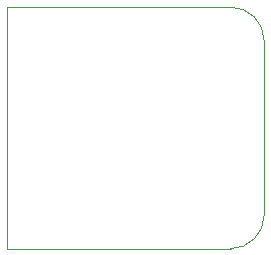
<source format=gm1>
G04 #@! TF.GenerationSoftware,KiCad,Pcbnew,5.1.4+dfsg1-1*
G04 #@! TF.CreationDate,2020-04-13T21:54:57+02:00*
G04 #@! TF.ProjectId,C245_conn,43323435-5f63-46f6-9e6e-2e6b69636164,rev?*
G04 #@! TF.SameCoordinates,Original*
G04 #@! TF.FileFunction,Profile,NP*
%FSLAX46Y46*%
G04 Gerber Fmt 4.6, Leading zero omitted, Abs format (unit mm)*
G04 Created by KiCad (PCBNEW 5.1.4+dfsg1-1) date 2020-04-13 21:54:57*
%MOMM*%
%LPD*%
G04 APERTURE LIST*
%ADD10C,0.050000*%
G04 APERTURE END LIST*
D10*
X88300000Y-90250000D02*
X88300000Y-110750000D01*
X110100000Y-107900000D02*
G75*
G02X107250000Y-110750000I-2850000J0D01*
G01*
X107250000Y-90300000D02*
G75*
G02X110100000Y-93150000I0J-2850000D01*
G01*
X107250000Y-90300000D02*
X88300000Y-90250000D01*
X88300000Y-110750000D02*
X107250000Y-110750000D01*
X110100000Y-107900000D02*
X110100000Y-93150000D01*
M02*

</source>
